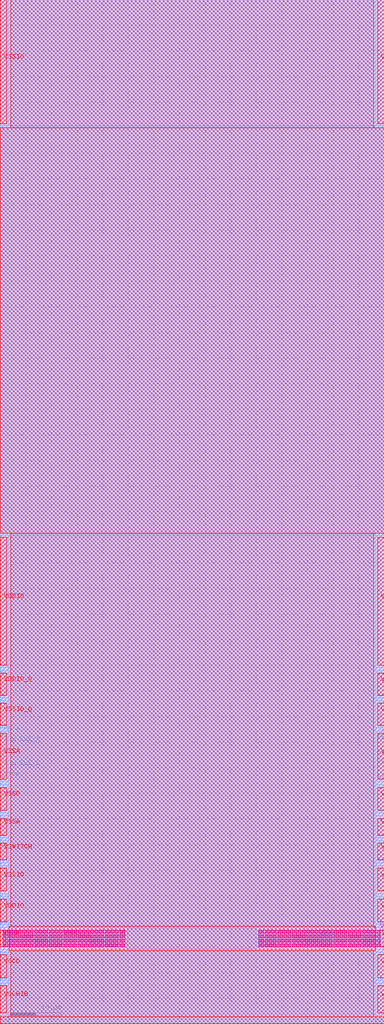
<source format=lef>
# Copyright 2020 The SkyWater PDK Authors
#
# Licensed under the Apache License, Version 2.0 (the "License");
# you may not use this file except in compliance with the License.
# You may obtain a copy of the License at
#
#     https://www.apache.org/licenses/LICENSE-2.0
#
# Unless required by applicable law or agreed to in writing, software
# distributed under the License is distributed on an "AS IS" BASIS,
# WITHOUT WARRANTIES OR CONDITIONS OF ANY KIND, either express or implied.
# See the License for the specific language governing permissions and
# limitations under the License.
#
# SPDX-License-Identifier: Apache-2.0

VERSION 5.5 ;
NAMESCASESENSITIVE ON ;
BUSBITCHARS "[]" ;
DIVIDERCHAR "/" ;
MACRO sky130_fd_io__overlay_vdda_hvc
  CLASS PAD ;
  SOURCE USER ;
  ORIGIN  0.000000  0.000000 ;
  SIZE 75 BY 200 ;
  SYMMETRY X Y R90 ;
  PIN AMUXBUS_A
    DIRECTION INOUT ;
    USE SIGNAL ;
    PORT
      LAYER met4 ;
        RECT 0.000000 53.125000 1.270000 56.105000 ;
    END
    PORT
      LAYER met4 ;
        RECT 73.730000 53.125000 75.000000 56.105000 ;
    END
  END AMUXBUS_A
  PIN AMUXBUS_B
    DIRECTION INOUT ;
    USE SIGNAL ;
    PORT
      LAYER met4 ;
        RECT 0.000000 48.365000 1.270000 51.345000 ;
    END
    PORT
      LAYER met4 ;
        RECT 73.730000 48.365000 75.000000 51.345000 ;
    END
  END AMUXBUS_B
  PIN VCCD
    DIRECTION INOUT ;
    USE POWER ;
    PORT
      LAYER met4 ;
        RECT 0.000000 8.885000 1.270000 13.535000 ;
    END
    PORT
      LAYER met4 ;
        RECT 73.730000 8.885000 75.000000 13.535000 ;
    END
    PORT
      LAYER met5 ;
        RECT 0.000000 8.985000 1.270000 13.435000 ;
    END
    PORT
      LAYER met5 ;
        RECT 73.730000 8.985000 75.000000 13.435000 ;
    END
  END VCCD
  PIN VCCHIB
    DIRECTION INOUT ;
    USE POWER ;
    PORT
      LAYER met4 ;
        RECT 0.000000 2.035000 1.270000 7.485000 ;
    END
    PORT
      LAYER met4 ;
        RECT 73.730000 2.035000 75.000000 7.485000 ;
    END
    PORT
      LAYER met5 ;
        RECT 0.000000 2.135000 1.270000 7.385000 ;
    END
    PORT
      LAYER met5 ;
        RECT 73.730000 2.135000 75.000000 7.385000 ;
    END
  END VCCHIB
  PIN VDDA
    DIRECTION INOUT ;
    USE POWER ;
    PORT
      LAYER met3 ;
        RECT 0.495000 14.940000 24.395000 18.380000 ;
    END
    PORT
      LAYER met3 ;
        RECT 50.390000 14.940000 74.290000 18.380000 ;
    END
    PORT
      LAYER met4 ;
        RECT 0.000000 14.935000 24.370000 18.385000 ;
    END
    PORT
      LAYER met4 ;
        RECT 50.415000 14.935000 75.000000 18.385000 ;
    END
    PORT
      LAYER met5 ;
        RECT 0.000000 15.035000 0.965000 18.285000 ;
    END
    PORT
      LAYER met5 ;
        RECT 74.035000 15.035000 75.000000 18.285000 ;
    END
    PORT
      LAYER via3 ;
        RECT  0.585000 15.020000  0.785000 15.220000 ;
        RECT  0.585000 15.460000  0.785000 15.660000 ;
        RECT  0.585000 15.900000  0.785000 16.100000 ;
        RECT  0.585000 16.340000  0.785000 16.540000 ;
        RECT  0.585000 16.780000  0.785000 16.980000 ;
        RECT  0.585000 17.220000  0.785000 17.420000 ;
        RECT  0.585000 17.660000  0.785000 17.860000 ;
        RECT  0.585000 18.100000  0.785000 18.300000 ;
        RECT  0.995000 15.020000  1.195000 15.220000 ;
        RECT  0.995000 15.460000  1.195000 15.660000 ;
        RECT  0.995000 15.900000  1.195000 16.100000 ;
        RECT  0.995000 16.340000  1.195000 16.540000 ;
        RECT  0.995000 16.780000  1.195000 16.980000 ;
        RECT  0.995000 17.220000  1.195000 17.420000 ;
        RECT  0.995000 17.660000  1.195000 17.860000 ;
        RECT  0.995000 18.100000  1.195000 18.300000 ;
        RECT  1.405000 15.020000  1.605000 15.220000 ;
        RECT  1.405000 15.460000  1.605000 15.660000 ;
        RECT  1.405000 15.900000  1.605000 16.100000 ;
        RECT  1.405000 16.340000  1.605000 16.540000 ;
        RECT  1.405000 16.780000  1.605000 16.980000 ;
        RECT  1.405000 17.220000  1.605000 17.420000 ;
        RECT  1.405000 17.660000  1.605000 17.860000 ;
        RECT  1.405000 18.100000  1.605000 18.300000 ;
        RECT  1.815000 15.020000  2.015000 15.220000 ;
        RECT  1.815000 15.460000  2.015000 15.660000 ;
        RECT  1.815000 15.900000  2.015000 16.100000 ;
        RECT  1.815000 16.340000  2.015000 16.540000 ;
        RECT  1.815000 16.780000  2.015000 16.980000 ;
        RECT  1.815000 17.220000  2.015000 17.420000 ;
        RECT  1.815000 17.660000  2.015000 17.860000 ;
        RECT  1.815000 18.100000  2.015000 18.300000 ;
        RECT  2.225000 15.020000  2.425000 15.220000 ;
        RECT  2.225000 15.460000  2.425000 15.660000 ;
        RECT  2.225000 15.900000  2.425000 16.100000 ;
        RECT  2.225000 16.340000  2.425000 16.540000 ;
        RECT  2.225000 16.780000  2.425000 16.980000 ;
        RECT  2.225000 17.220000  2.425000 17.420000 ;
        RECT  2.225000 17.660000  2.425000 17.860000 ;
        RECT  2.225000 18.100000  2.425000 18.300000 ;
        RECT  2.635000 15.020000  2.835000 15.220000 ;
        RECT  2.635000 15.460000  2.835000 15.660000 ;
        RECT  2.635000 15.900000  2.835000 16.100000 ;
        RECT  2.635000 16.340000  2.835000 16.540000 ;
        RECT  2.635000 16.780000  2.835000 16.980000 ;
        RECT  2.635000 17.220000  2.835000 17.420000 ;
        RECT  2.635000 17.660000  2.835000 17.860000 ;
        RECT  2.635000 18.100000  2.835000 18.300000 ;
        RECT  3.045000 15.020000  3.245000 15.220000 ;
        RECT  3.045000 15.460000  3.245000 15.660000 ;
        RECT  3.045000 15.900000  3.245000 16.100000 ;
        RECT  3.045000 16.340000  3.245000 16.540000 ;
        RECT  3.045000 16.780000  3.245000 16.980000 ;
        RECT  3.045000 17.220000  3.245000 17.420000 ;
        RECT  3.045000 17.660000  3.245000 17.860000 ;
        RECT  3.045000 18.100000  3.245000 18.300000 ;
        RECT  3.450000 15.020000  3.650000 15.220000 ;
        RECT  3.450000 15.460000  3.650000 15.660000 ;
        RECT  3.450000 15.900000  3.650000 16.100000 ;
        RECT  3.450000 16.340000  3.650000 16.540000 ;
        RECT  3.450000 16.780000  3.650000 16.980000 ;
        RECT  3.450000 17.220000  3.650000 17.420000 ;
        RECT  3.450000 17.660000  3.650000 17.860000 ;
        RECT  3.450000 18.100000  3.650000 18.300000 ;
        RECT  3.855000 15.020000  4.055000 15.220000 ;
        RECT  3.855000 15.460000  4.055000 15.660000 ;
        RECT  3.855000 15.900000  4.055000 16.100000 ;
        RECT  3.855000 16.340000  4.055000 16.540000 ;
        RECT  3.855000 16.780000  4.055000 16.980000 ;
        RECT  3.855000 17.220000  4.055000 17.420000 ;
        RECT  3.855000 17.660000  4.055000 17.860000 ;
        RECT  3.855000 18.100000  4.055000 18.300000 ;
        RECT  4.260000 15.020000  4.460000 15.220000 ;
        RECT  4.260000 15.460000  4.460000 15.660000 ;
        RECT  4.260000 15.900000  4.460000 16.100000 ;
        RECT  4.260000 16.340000  4.460000 16.540000 ;
        RECT  4.260000 16.780000  4.460000 16.980000 ;
        RECT  4.260000 17.220000  4.460000 17.420000 ;
        RECT  4.260000 17.660000  4.460000 17.860000 ;
        RECT  4.260000 18.100000  4.460000 18.300000 ;
        RECT  4.665000 15.020000  4.865000 15.220000 ;
        RECT  4.665000 15.460000  4.865000 15.660000 ;
        RECT  4.665000 15.900000  4.865000 16.100000 ;
        RECT  4.665000 16.340000  4.865000 16.540000 ;
        RECT  4.665000 16.780000  4.865000 16.980000 ;
        RECT  4.665000 17.220000  4.865000 17.420000 ;
        RECT  4.665000 17.660000  4.865000 17.860000 ;
        RECT  4.665000 18.100000  4.865000 18.300000 ;
        RECT  5.070000 15.020000  5.270000 15.220000 ;
        RECT  5.070000 15.460000  5.270000 15.660000 ;
        RECT  5.070000 15.900000  5.270000 16.100000 ;
        RECT  5.070000 16.340000  5.270000 16.540000 ;
        RECT  5.070000 16.780000  5.270000 16.980000 ;
        RECT  5.070000 17.220000  5.270000 17.420000 ;
        RECT  5.070000 17.660000  5.270000 17.860000 ;
        RECT  5.070000 18.100000  5.270000 18.300000 ;
        RECT  5.475000 15.020000  5.675000 15.220000 ;
        RECT  5.475000 15.460000  5.675000 15.660000 ;
        RECT  5.475000 15.900000  5.675000 16.100000 ;
        RECT  5.475000 16.340000  5.675000 16.540000 ;
        RECT  5.475000 16.780000  5.675000 16.980000 ;
        RECT  5.475000 17.220000  5.675000 17.420000 ;
        RECT  5.475000 17.660000  5.675000 17.860000 ;
        RECT  5.475000 18.100000  5.675000 18.300000 ;
        RECT  5.880000 15.020000  6.080000 15.220000 ;
        RECT  5.880000 15.460000  6.080000 15.660000 ;
        RECT  5.880000 15.900000  6.080000 16.100000 ;
        RECT  5.880000 16.340000  6.080000 16.540000 ;
        RECT  5.880000 16.780000  6.080000 16.980000 ;
        RECT  5.880000 17.220000  6.080000 17.420000 ;
        RECT  5.880000 17.660000  6.080000 17.860000 ;
        RECT  5.880000 18.100000  6.080000 18.300000 ;
        RECT  6.285000 15.020000  6.485000 15.220000 ;
        RECT  6.285000 15.460000  6.485000 15.660000 ;
        RECT  6.285000 15.900000  6.485000 16.100000 ;
        RECT  6.285000 16.340000  6.485000 16.540000 ;
        RECT  6.285000 16.780000  6.485000 16.980000 ;
        RECT  6.285000 17.220000  6.485000 17.420000 ;
        RECT  6.285000 17.660000  6.485000 17.860000 ;
        RECT  6.285000 18.100000  6.485000 18.300000 ;
        RECT  6.690000 15.020000  6.890000 15.220000 ;
        RECT  6.690000 15.460000  6.890000 15.660000 ;
        RECT  6.690000 15.900000  6.890000 16.100000 ;
        RECT  6.690000 16.340000  6.890000 16.540000 ;
        RECT  6.690000 16.780000  6.890000 16.980000 ;
        RECT  6.690000 17.220000  6.890000 17.420000 ;
        RECT  6.690000 17.660000  6.890000 17.860000 ;
        RECT  6.690000 18.100000  6.890000 18.300000 ;
        RECT  7.095000 15.020000  7.295000 15.220000 ;
        RECT  7.095000 15.460000  7.295000 15.660000 ;
        RECT  7.095000 15.900000  7.295000 16.100000 ;
        RECT  7.095000 16.340000  7.295000 16.540000 ;
        RECT  7.095000 16.780000  7.295000 16.980000 ;
        RECT  7.095000 17.220000  7.295000 17.420000 ;
        RECT  7.095000 17.660000  7.295000 17.860000 ;
        RECT  7.095000 18.100000  7.295000 18.300000 ;
        RECT  7.500000 15.020000  7.700000 15.220000 ;
        RECT  7.500000 15.460000  7.700000 15.660000 ;
        RECT  7.500000 15.900000  7.700000 16.100000 ;
        RECT  7.500000 16.340000  7.700000 16.540000 ;
        RECT  7.500000 16.780000  7.700000 16.980000 ;
        RECT  7.500000 17.220000  7.700000 17.420000 ;
        RECT  7.500000 17.660000  7.700000 17.860000 ;
        RECT  7.500000 18.100000  7.700000 18.300000 ;
        RECT  7.905000 15.020000  8.105000 15.220000 ;
        RECT  7.905000 15.460000  8.105000 15.660000 ;
        RECT  7.905000 15.900000  8.105000 16.100000 ;
        RECT  7.905000 16.340000  8.105000 16.540000 ;
        RECT  7.905000 16.780000  8.105000 16.980000 ;
        RECT  7.905000 17.220000  8.105000 17.420000 ;
        RECT  7.905000 17.660000  8.105000 17.860000 ;
        RECT  7.905000 18.100000  8.105000 18.300000 ;
        RECT  8.310000 15.020000  8.510000 15.220000 ;
        RECT  8.310000 15.460000  8.510000 15.660000 ;
        RECT  8.310000 15.900000  8.510000 16.100000 ;
        RECT  8.310000 16.340000  8.510000 16.540000 ;
        RECT  8.310000 16.780000  8.510000 16.980000 ;
        RECT  8.310000 17.220000  8.510000 17.420000 ;
        RECT  8.310000 17.660000  8.510000 17.860000 ;
        RECT  8.310000 18.100000  8.510000 18.300000 ;
        RECT  8.715000 15.020000  8.915000 15.220000 ;
        RECT  8.715000 15.460000  8.915000 15.660000 ;
        RECT  8.715000 15.900000  8.915000 16.100000 ;
        RECT  8.715000 16.340000  8.915000 16.540000 ;
        RECT  8.715000 16.780000  8.915000 16.980000 ;
        RECT  8.715000 17.220000  8.915000 17.420000 ;
        RECT  8.715000 17.660000  8.915000 17.860000 ;
        RECT  8.715000 18.100000  8.915000 18.300000 ;
        RECT  9.120000 15.020000  9.320000 15.220000 ;
        RECT  9.120000 15.460000  9.320000 15.660000 ;
        RECT  9.120000 15.900000  9.320000 16.100000 ;
        RECT  9.120000 16.340000  9.320000 16.540000 ;
        RECT  9.120000 16.780000  9.320000 16.980000 ;
        RECT  9.120000 17.220000  9.320000 17.420000 ;
        RECT  9.120000 17.660000  9.320000 17.860000 ;
        RECT  9.120000 18.100000  9.320000 18.300000 ;
        RECT  9.525000 15.020000  9.725000 15.220000 ;
        RECT  9.525000 15.460000  9.725000 15.660000 ;
        RECT  9.525000 15.900000  9.725000 16.100000 ;
        RECT  9.525000 16.340000  9.725000 16.540000 ;
        RECT  9.525000 16.780000  9.725000 16.980000 ;
        RECT  9.525000 17.220000  9.725000 17.420000 ;
        RECT  9.525000 17.660000  9.725000 17.860000 ;
        RECT  9.525000 18.100000  9.725000 18.300000 ;
        RECT  9.930000 15.020000 10.130000 15.220000 ;
        RECT  9.930000 15.460000 10.130000 15.660000 ;
        RECT  9.930000 15.900000 10.130000 16.100000 ;
        RECT  9.930000 16.340000 10.130000 16.540000 ;
        RECT  9.930000 16.780000 10.130000 16.980000 ;
        RECT  9.930000 17.220000 10.130000 17.420000 ;
        RECT  9.930000 17.660000 10.130000 17.860000 ;
        RECT  9.930000 18.100000 10.130000 18.300000 ;
        RECT 10.335000 15.020000 10.535000 15.220000 ;
        RECT 10.335000 15.460000 10.535000 15.660000 ;
        RECT 10.335000 15.900000 10.535000 16.100000 ;
        RECT 10.335000 16.340000 10.535000 16.540000 ;
        RECT 10.335000 16.780000 10.535000 16.980000 ;
        RECT 10.335000 17.220000 10.535000 17.420000 ;
        RECT 10.335000 17.660000 10.535000 17.860000 ;
        RECT 10.335000 18.100000 10.535000 18.300000 ;
        RECT 10.740000 15.020000 10.940000 15.220000 ;
        RECT 10.740000 15.460000 10.940000 15.660000 ;
        RECT 10.740000 15.900000 10.940000 16.100000 ;
        RECT 10.740000 16.340000 10.940000 16.540000 ;
        RECT 10.740000 16.780000 10.940000 16.980000 ;
        RECT 10.740000 17.220000 10.940000 17.420000 ;
        RECT 10.740000 17.660000 10.940000 17.860000 ;
        RECT 10.740000 18.100000 10.940000 18.300000 ;
        RECT 11.145000 15.020000 11.345000 15.220000 ;
        RECT 11.145000 15.460000 11.345000 15.660000 ;
        RECT 11.145000 15.900000 11.345000 16.100000 ;
        RECT 11.145000 16.340000 11.345000 16.540000 ;
        RECT 11.145000 16.780000 11.345000 16.980000 ;
        RECT 11.145000 17.220000 11.345000 17.420000 ;
        RECT 11.145000 17.660000 11.345000 17.860000 ;
        RECT 11.145000 18.100000 11.345000 18.300000 ;
        RECT 11.550000 15.020000 11.750000 15.220000 ;
        RECT 11.550000 15.460000 11.750000 15.660000 ;
        RECT 11.550000 15.900000 11.750000 16.100000 ;
        RECT 11.550000 16.340000 11.750000 16.540000 ;
        RECT 11.550000 16.780000 11.750000 16.980000 ;
        RECT 11.550000 17.220000 11.750000 17.420000 ;
        RECT 11.550000 17.660000 11.750000 17.860000 ;
        RECT 11.550000 18.100000 11.750000 18.300000 ;
        RECT 11.955000 15.020000 12.155000 15.220000 ;
        RECT 11.955000 15.460000 12.155000 15.660000 ;
        RECT 11.955000 15.900000 12.155000 16.100000 ;
        RECT 11.955000 16.340000 12.155000 16.540000 ;
        RECT 11.955000 16.780000 12.155000 16.980000 ;
        RECT 11.955000 17.220000 12.155000 17.420000 ;
        RECT 11.955000 17.660000 12.155000 17.860000 ;
        RECT 11.955000 18.100000 12.155000 18.300000 ;
        RECT 12.360000 15.020000 12.560000 15.220000 ;
        RECT 12.360000 15.460000 12.560000 15.660000 ;
        RECT 12.360000 15.900000 12.560000 16.100000 ;
        RECT 12.360000 16.340000 12.560000 16.540000 ;
        RECT 12.360000 16.780000 12.560000 16.980000 ;
        RECT 12.360000 17.220000 12.560000 17.420000 ;
        RECT 12.360000 17.660000 12.560000 17.860000 ;
        RECT 12.360000 18.100000 12.560000 18.300000 ;
        RECT 12.765000 15.020000 12.965000 15.220000 ;
        RECT 12.765000 15.460000 12.965000 15.660000 ;
        RECT 12.765000 15.900000 12.965000 16.100000 ;
        RECT 12.765000 16.340000 12.965000 16.540000 ;
        RECT 12.765000 16.780000 12.965000 16.980000 ;
        RECT 12.765000 17.220000 12.965000 17.420000 ;
        RECT 12.765000 17.660000 12.965000 17.860000 ;
        RECT 12.765000 18.100000 12.965000 18.300000 ;
        RECT 13.170000 15.020000 13.370000 15.220000 ;
        RECT 13.170000 15.460000 13.370000 15.660000 ;
        RECT 13.170000 15.900000 13.370000 16.100000 ;
        RECT 13.170000 16.340000 13.370000 16.540000 ;
        RECT 13.170000 16.780000 13.370000 16.980000 ;
        RECT 13.170000 17.220000 13.370000 17.420000 ;
        RECT 13.170000 17.660000 13.370000 17.860000 ;
        RECT 13.170000 18.100000 13.370000 18.300000 ;
        RECT 13.575000 15.020000 13.775000 15.220000 ;
        RECT 13.575000 15.460000 13.775000 15.660000 ;
        RECT 13.575000 15.900000 13.775000 16.100000 ;
        RECT 13.575000 16.340000 13.775000 16.540000 ;
        RECT 13.575000 16.780000 13.775000 16.980000 ;
        RECT 13.575000 17.220000 13.775000 17.420000 ;
        RECT 13.575000 17.660000 13.775000 17.860000 ;
        RECT 13.575000 18.100000 13.775000 18.300000 ;
        RECT 13.980000 15.020000 14.180000 15.220000 ;
        RECT 13.980000 15.460000 14.180000 15.660000 ;
        RECT 13.980000 15.900000 14.180000 16.100000 ;
        RECT 13.980000 16.340000 14.180000 16.540000 ;
        RECT 13.980000 16.780000 14.180000 16.980000 ;
        RECT 13.980000 17.220000 14.180000 17.420000 ;
        RECT 13.980000 17.660000 14.180000 17.860000 ;
        RECT 13.980000 18.100000 14.180000 18.300000 ;
        RECT 14.385000 15.020000 14.585000 15.220000 ;
        RECT 14.385000 15.460000 14.585000 15.660000 ;
        RECT 14.385000 15.900000 14.585000 16.100000 ;
        RECT 14.385000 16.340000 14.585000 16.540000 ;
        RECT 14.385000 16.780000 14.585000 16.980000 ;
        RECT 14.385000 17.220000 14.585000 17.420000 ;
        RECT 14.385000 17.660000 14.585000 17.860000 ;
        RECT 14.385000 18.100000 14.585000 18.300000 ;
        RECT 14.790000 15.020000 14.990000 15.220000 ;
        RECT 14.790000 15.460000 14.990000 15.660000 ;
        RECT 14.790000 15.900000 14.990000 16.100000 ;
        RECT 14.790000 16.340000 14.990000 16.540000 ;
        RECT 14.790000 16.780000 14.990000 16.980000 ;
        RECT 14.790000 17.220000 14.990000 17.420000 ;
        RECT 14.790000 17.660000 14.990000 17.860000 ;
        RECT 14.790000 18.100000 14.990000 18.300000 ;
        RECT 15.195000 15.020000 15.395000 15.220000 ;
        RECT 15.195000 15.460000 15.395000 15.660000 ;
        RECT 15.195000 15.900000 15.395000 16.100000 ;
        RECT 15.195000 16.340000 15.395000 16.540000 ;
        RECT 15.195000 16.780000 15.395000 16.980000 ;
        RECT 15.195000 17.220000 15.395000 17.420000 ;
        RECT 15.195000 17.660000 15.395000 17.860000 ;
        RECT 15.195000 18.100000 15.395000 18.300000 ;
        RECT 15.600000 15.020000 15.800000 15.220000 ;
        RECT 15.600000 15.460000 15.800000 15.660000 ;
        RECT 15.600000 15.900000 15.800000 16.100000 ;
        RECT 15.600000 16.340000 15.800000 16.540000 ;
        RECT 15.600000 16.780000 15.800000 16.980000 ;
        RECT 15.600000 17.220000 15.800000 17.420000 ;
        RECT 15.600000 17.660000 15.800000 17.860000 ;
        RECT 15.600000 18.100000 15.800000 18.300000 ;
        RECT 16.005000 15.020000 16.205000 15.220000 ;
        RECT 16.005000 15.460000 16.205000 15.660000 ;
        RECT 16.005000 15.900000 16.205000 16.100000 ;
        RECT 16.005000 16.340000 16.205000 16.540000 ;
        RECT 16.005000 16.780000 16.205000 16.980000 ;
        RECT 16.005000 17.220000 16.205000 17.420000 ;
        RECT 16.005000 17.660000 16.205000 17.860000 ;
        RECT 16.005000 18.100000 16.205000 18.300000 ;
        RECT 16.410000 15.020000 16.610000 15.220000 ;
        RECT 16.410000 15.460000 16.610000 15.660000 ;
        RECT 16.410000 15.900000 16.610000 16.100000 ;
        RECT 16.410000 16.340000 16.610000 16.540000 ;
        RECT 16.410000 16.780000 16.610000 16.980000 ;
        RECT 16.410000 17.220000 16.610000 17.420000 ;
        RECT 16.410000 17.660000 16.610000 17.860000 ;
        RECT 16.410000 18.100000 16.610000 18.300000 ;
        RECT 16.815000 15.020000 17.015000 15.220000 ;
        RECT 16.815000 15.460000 17.015000 15.660000 ;
        RECT 16.815000 15.900000 17.015000 16.100000 ;
        RECT 16.815000 16.340000 17.015000 16.540000 ;
        RECT 16.815000 16.780000 17.015000 16.980000 ;
        RECT 16.815000 17.220000 17.015000 17.420000 ;
        RECT 16.815000 17.660000 17.015000 17.860000 ;
        RECT 16.815000 18.100000 17.015000 18.300000 ;
        RECT 17.220000 15.020000 17.420000 15.220000 ;
        RECT 17.220000 15.460000 17.420000 15.660000 ;
        RECT 17.220000 15.900000 17.420000 16.100000 ;
        RECT 17.220000 16.340000 17.420000 16.540000 ;
        RECT 17.220000 16.780000 17.420000 16.980000 ;
        RECT 17.220000 17.220000 17.420000 17.420000 ;
        RECT 17.220000 17.660000 17.420000 17.860000 ;
        RECT 17.220000 18.100000 17.420000 18.300000 ;
        RECT 17.625000 15.020000 17.825000 15.220000 ;
        RECT 17.625000 15.460000 17.825000 15.660000 ;
        RECT 17.625000 15.900000 17.825000 16.100000 ;
        RECT 17.625000 16.340000 17.825000 16.540000 ;
        RECT 17.625000 16.780000 17.825000 16.980000 ;
        RECT 17.625000 17.220000 17.825000 17.420000 ;
        RECT 17.625000 17.660000 17.825000 17.860000 ;
        RECT 17.625000 18.100000 17.825000 18.300000 ;
        RECT 18.030000 15.020000 18.230000 15.220000 ;
        RECT 18.030000 15.460000 18.230000 15.660000 ;
        RECT 18.030000 15.900000 18.230000 16.100000 ;
        RECT 18.030000 16.340000 18.230000 16.540000 ;
        RECT 18.030000 16.780000 18.230000 16.980000 ;
        RECT 18.030000 17.220000 18.230000 17.420000 ;
        RECT 18.030000 17.660000 18.230000 17.860000 ;
        RECT 18.030000 18.100000 18.230000 18.300000 ;
        RECT 18.435000 15.020000 18.635000 15.220000 ;
        RECT 18.435000 15.460000 18.635000 15.660000 ;
        RECT 18.435000 15.900000 18.635000 16.100000 ;
        RECT 18.435000 16.340000 18.635000 16.540000 ;
        RECT 18.435000 16.780000 18.635000 16.980000 ;
        RECT 18.435000 17.220000 18.635000 17.420000 ;
        RECT 18.435000 17.660000 18.635000 17.860000 ;
        RECT 18.435000 18.100000 18.635000 18.300000 ;
        RECT 18.840000 15.020000 19.040000 15.220000 ;
        RECT 18.840000 15.460000 19.040000 15.660000 ;
        RECT 18.840000 15.900000 19.040000 16.100000 ;
        RECT 18.840000 16.340000 19.040000 16.540000 ;
        RECT 18.840000 16.780000 19.040000 16.980000 ;
        RECT 18.840000 17.220000 19.040000 17.420000 ;
        RECT 18.840000 17.660000 19.040000 17.860000 ;
        RECT 18.840000 18.100000 19.040000 18.300000 ;
        RECT 19.245000 15.020000 19.445000 15.220000 ;
        RECT 19.245000 15.460000 19.445000 15.660000 ;
        RECT 19.245000 15.900000 19.445000 16.100000 ;
        RECT 19.245000 16.340000 19.445000 16.540000 ;
        RECT 19.245000 16.780000 19.445000 16.980000 ;
        RECT 19.245000 17.220000 19.445000 17.420000 ;
        RECT 19.245000 17.660000 19.445000 17.860000 ;
        RECT 19.245000 18.100000 19.445000 18.300000 ;
        RECT 19.650000 15.020000 19.850000 15.220000 ;
        RECT 19.650000 15.460000 19.850000 15.660000 ;
        RECT 19.650000 15.900000 19.850000 16.100000 ;
        RECT 19.650000 16.340000 19.850000 16.540000 ;
        RECT 19.650000 16.780000 19.850000 16.980000 ;
        RECT 19.650000 17.220000 19.850000 17.420000 ;
        RECT 19.650000 17.660000 19.850000 17.860000 ;
        RECT 19.650000 18.100000 19.850000 18.300000 ;
        RECT 20.055000 15.020000 20.255000 15.220000 ;
        RECT 20.055000 15.460000 20.255000 15.660000 ;
        RECT 20.055000 15.900000 20.255000 16.100000 ;
        RECT 20.055000 16.340000 20.255000 16.540000 ;
        RECT 20.055000 16.780000 20.255000 16.980000 ;
        RECT 20.055000 17.220000 20.255000 17.420000 ;
        RECT 20.055000 17.660000 20.255000 17.860000 ;
        RECT 20.055000 18.100000 20.255000 18.300000 ;
        RECT 20.460000 15.020000 20.660000 15.220000 ;
        RECT 20.460000 15.460000 20.660000 15.660000 ;
        RECT 20.460000 15.900000 20.660000 16.100000 ;
        RECT 20.460000 16.340000 20.660000 16.540000 ;
        RECT 20.460000 16.780000 20.660000 16.980000 ;
        RECT 20.460000 17.220000 20.660000 17.420000 ;
        RECT 20.460000 17.660000 20.660000 17.860000 ;
        RECT 20.460000 18.100000 20.660000 18.300000 ;
        RECT 20.865000 15.020000 21.065000 15.220000 ;
        RECT 20.865000 15.460000 21.065000 15.660000 ;
        RECT 20.865000 15.900000 21.065000 16.100000 ;
        RECT 20.865000 16.340000 21.065000 16.540000 ;
        RECT 20.865000 16.780000 21.065000 16.980000 ;
        RECT 20.865000 17.220000 21.065000 17.420000 ;
        RECT 20.865000 17.660000 21.065000 17.860000 ;
        RECT 20.865000 18.100000 21.065000 18.300000 ;
        RECT 21.270000 15.020000 21.470000 15.220000 ;
        RECT 21.270000 15.460000 21.470000 15.660000 ;
        RECT 21.270000 15.900000 21.470000 16.100000 ;
        RECT 21.270000 16.340000 21.470000 16.540000 ;
        RECT 21.270000 16.780000 21.470000 16.980000 ;
        RECT 21.270000 17.220000 21.470000 17.420000 ;
        RECT 21.270000 17.660000 21.470000 17.860000 ;
        RECT 21.270000 18.100000 21.470000 18.300000 ;
        RECT 21.675000 15.020000 21.875000 15.220000 ;
        RECT 21.675000 15.460000 21.875000 15.660000 ;
        RECT 21.675000 15.900000 21.875000 16.100000 ;
        RECT 21.675000 16.340000 21.875000 16.540000 ;
        RECT 21.675000 16.780000 21.875000 16.980000 ;
        RECT 21.675000 17.220000 21.875000 17.420000 ;
        RECT 21.675000 17.660000 21.875000 17.860000 ;
        RECT 21.675000 18.100000 21.875000 18.300000 ;
        RECT 22.080000 15.020000 22.280000 15.220000 ;
        RECT 22.080000 15.460000 22.280000 15.660000 ;
        RECT 22.080000 15.900000 22.280000 16.100000 ;
        RECT 22.080000 16.340000 22.280000 16.540000 ;
        RECT 22.080000 16.780000 22.280000 16.980000 ;
        RECT 22.080000 17.220000 22.280000 17.420000 ;
        RECT 22.080000 17.660000 22.280000 17.860000 ;
        RECT 22.080000 18.100000 22.280000 18.300000 ;
        RECT 22.485000 15.020000 22.685000 15.220000 ;
        RECT 22.485000 15.460000 22.685000 15.660000 ;
        RECT 22.485000 15.900000 22.685000 16.100000 ;
        RECT 22.485000 16.340000 22.685000 16.540000 ;
        RECT 22.485000 16.780000 22.685000 16.980000 ;
        RECT 22.485000 17.220000 22.685000 17.420000 ;
        RECT 22.485000 17.660000 22.685000 17.860000 ;
        RECT 22.485000 18.100000 22.685000 18.300000 ;
        RECT 22.890000 15.020000 23.090000 15.220000 ;
        RECT 22.890000 15.460000 23.090000 15.660000 ;
        RECT 22.890000 15.900000 23.090000 16.100000 ;
        RECT 22.890000 16.340000 23.090000 16.540000 ;
        RECT 22.890000 16.780000 23.090000 16.980000 ;
        RECT 22.890000 17.220000 23.090000 17.420000 ;
        RECT 22.890000 17.660000 23.090000 17.860000 ;
        RECT 22.890000 18.100000 23.090000 18.300000 ;
        RECT 23.295000 15.020000 23.495000 15.220000 ;
        RECT 23.295000 15.460000 23.495000 15.660000 ;
        RECT 23.295000 15.900000 23.495000 16.100000 ;
        RECT 23.295000 16.340000 23.495000 16.540000 ;
        RECT 23.295000 16.780000 23.495000 16.980000 ;
        RECT 23.295000 17.220000 23.495000 17.420000 ;
        RECT 23.295000 17.660000 23.495000 17.860000 ;
        RECT 23.295000 18.100000 23.495000 18.300000 ;
        RECT 23.700000 15.020000 23.900000 15.220000 ;
        RECT 23.700000 15.460000 23.900000 15.660000 ;
        RECT 23.700000 15.900000 23.900000 16.100000 ;
        RECT 23.700000 16.340000 23.900000 16.540000 ;
        RECT 23.700000 16.780000 23.900000 16.980000 ;
        RECT 23.700000 17.220000 23.900000 17.420000 ;
        RECT 23.700000 17.660000 23.900000 17.860000 ;
        RECT 23.700000 18.100000 23.900000 18.300000 ;
        RECT 24.105000 15.020000 24.305000 15.220000 ;
        RECT 24.105000 15.460000 24.305000 15.660000 ;
        RECT 24.105000 15.900000 24.305000 16.100000 ;
        RECT 24.105000 16.340000 24.305000 16.540000 ;
        RECT 24.105000 16.780000 24.305000 16.980000 ;
        RECT 24.105000 17.220000 24.305000 17.420000 ;
        RECT 24.105000 17.660000 24.305000 17.860000 ;
        RECT 24.105000 18.100000 24.305000 18.300000 ;
        RECT 50.480000 15.020000 50.680000 15.220000 ;
        RECT 50.480000 15.460000 50.680000 15.660000 ;
        RECT 50.480000 15.900000 50.680000 16.100000 ;
        RECT 50.480000 16.340000 50.680000 16.540000 ;
        RECT 50.480000 16.780000 50.680000 16.980000 ;
        RECT 50.480000 17.220000 50.680000 17.420000 ;
        RECT 50.480000 17.660000 50.680000 17.860000 ;
        RECT 50.480000 18.100000 50.680000 18.300000 ;
        RECT 50.890000 15.020000 51.090000 15.220000 ;
        RECT 50.890000 15.460000 51.090000 15.660000 ;
        RECT 50.890000 15.900000 51.090000 16.100000 ;
        RECT 50.890000 16.340000 51.090000 16.540000 ;
        RECT 50.890000 16.780000 51.090000 16.980000 ;
        RECT 50.890000 17.220000 51.090000 17.420000 ;
        RECT 50.890000 17.660000 51.090000 17.860000 ;
        RECT 50.890000 18.100000 51.090000 18.300000 ;
        RECT 51.300000 15.020000 51.500000 15.220000 ;
        RECT 51.300000 15.460000 51.500000 15.660000 ;
        RECT 51.300000 15.900000 51.500000 16.100000 ;
        RECT 51.300000 16.340000 51.500000 16.540000 ;
        RECT 51.300000 16.780000 51.500000 16.980000 ;
        RECT 51.300000 17.220000 51.500000 17.420000 ;
        RECT 51.300000 17.660000 51.500000 17.860000 ;
        RECT 51.300000 18.100000 51.500000 18.300000 ;
        RECT 51.710000 15.020000 51.910000 15.220000 ;
        RECT 51.710000 15.460000 51.910000 15.660000 ;
        RECT 51.710000 15.900000 51.910000 16.100000 ;
        RECT 51.710000 16.340000 51.910000 16.540000 ;
        RECT 51.710000 16.780000 51.910000 16.980000 ;
        RECT 51.710000 17.220000 51.910000 17.420000 ;
        RECT 51.710000 17.660000 51.910000 17.860000 ;
        RECT 51.710000 18.100000 51.910000 18.300000 ;
        RECT 52.120000 15.020000 52.320000 15.220000 ;
        RECT 52.120000 15.460000 52.320000 15.660000 ;
        RECT 52.120000 15.900000 52.320000 16.100000 ;
        RECT 52.120000 16.340000 52.320000 16.540000 ;
        RECT 52.120000 16.780000 52.320000 16.980000 ;
        RECT 52.120000 17.220000 52.320000 17.420000 ;
        RECT 52.120000 17.660000 52.320000 17.860000 ;
        RECT 52.120000 18.100000 52.320000 18.300000 ;
        RECT 52.530000 15.020000 52.730000 15.220000 ;
        RECT 52.530000 15.460000 52.730000 15.660000 ;
        RECT 52.530000 15.900000 52.730000 16.100000 ;
        RECT 52.530000 16.340000 52.730000 16.540000 ;
        RECT 52.530000 16.780000 52.730000 16.980000 ;
        RECT 52.530000 17.220000 52.730000 17.420000 ;
        RECT 52.530000 17.660000 52.730000 17.860000 ;
        RECT 52.530000 18.100000 52.730000 18.300000 ;
        RECT 52.940000 15.020000 53.140000 15.220000 ;
        RECT 52.940000 15.460000 53.140000 15.660000 ;
        RECT 52.940000 15.900000 53.140000 16.100000 ;
        RECT 52.940000 16.340000 53.140000 16.540000 ;
        RECT 52.940000 16.780000 53.140000 16.980000 ;
        RECT 52.940000 17.220000 53.140000 17.420000 ;
        RECT 52.940000 17.660000 53.140000 17.860000 ;
        RECT 52.940000 18.100000 53.140000 18.300000 ;
        RECT 53.345000 15.020000 53.545000 15.220000 ;
        RECT 53.345000 15.460000 53.545000 15.660000 ;
        RECT 53.345000 15.900000 53.545000 16.100000 ;
        RECT 53.345000 16.340000 53.545000 16.540000 ;
        RECT 53.345000 16.780000 53.545000 16.980000 ;
        RECT 53.345000 17.220000 53.545000 17.420000 ;
        RECT 53.345000 17.660000 53.545000 17.860000 ;
        RECT 53.345000 18.100000 53.545000 18.300000 ;
        RECT 53.750000 15.020000 53.950000 15.220000 ;
        RECT 53.750000 15.460000 53.950000 15.660000 ;
        RECT 53.750000 15.900000 53.950000 16.100000 ;
        RECT 53.750000 16.340000 53.950000 16.540000 ;
        RECT 53.750000 16.780000 53.950000 16.980000 ;
        RECT 53.750000 17.220000 53.950000 17.420000 ;
        RECT 53.750000 17.660000 53.950000 17.860000 ;
        RECT 53.750000 18.100000 53.950000 18.300000 ;
        RECT 54.155000 15.020000 54.355000 15.220000 ;
        RECT 54.155000 15.460000 54.355000 15.660000 ;
        RECT 54.155000 15.900000 54.355000 16.100000 ;
        RECT 54.155000 16.340000 54.355000 16.540000 ;
        RECT 54.155000 16.780000 54.355000 16.980000 ;
        RECT 54.155000 17.220000 54.355000 17.420000 ;
        RECT 54.155000 17.660000 54.355000 17.860000 ;
        RECT 54.155000 18.100000 54.355000 18.300000 ;
        RECT 54.560000 15.020000 54.760000 15.220000 ;
        RECT 54.560000 15.460000 54.760000 15.660000 ;
        RECT 54.560000 15.900000 54.760000 16.100000 ;
        RECT 54.560000 16.340000 54.760000 16.540000 ;
        RECT 54.560000 16.780000 54.760000 16.980000 ;
        RECT 54.560000 17.220000 54.760000 17.420000 ;
        RECT 54.560000 17.660000 54.760000 17.860000 ;
        RECT 54.560000 18.100000 54.760000 18.300000 ;
        RECT 54.965000 15.020000 55.165000 15.220000 ;
        RECT 54.965000 15.460000 55.165000 15.660000 ;
        RECT 54.965000 15.900000 55.165000 16.100000 ;
        RECT 54.965000 16.340000 55.165000 16.540000 ;
        RECT 54.965000 16.780000 55.165000 16.980000 ;
        RECT 54.965000 17.220000 55.165000 17.420000 ;
        RECT 54.965000 17.660000 55.165000 17.860000 ;
        RECT 54.965000 18.100000 55.165000 18.300000 ;
        RECT 55.370000 15.020000 55.570000 15.220000 ;
        RECT 55.370000 15.460000 55.570000 15.660000 ;
        RECT 55.370000 15.900000 55.570000 16.100000 ;
        RECT 55.370000 16.340000 55.570000 16.540000 ;
        RECT 55.370000 16.780000 55.570000 16.980000 ;
        RECT 55.370000 17.220000 55.570000 17.420000 ;
        RECT 55.370000 17.660000 55.570000 17.860000 ;
        RECT 55.370000 18.100000 55.570000 18.300000 ;
        RECT 55.775000 15.020000 55.975000 15.220000 ;
        RECT 55.775000 15.460000 55.975000 15.660000 ;
        RECT 55.775000 15.900000 55.975000 16.100000 ;
        RECT 55.775000 16.340000 55.975000 16.540000 ;
        RECT 55.775000 16.780000 55.975000 16.980000 ;
        RECT 55.775000 17.220000 55.975000 17.420000 ;
        RECT 55.775000 17.660000 55.975000 17.860000 ;
        RECT 55.775000 18.100000 55.975000 18.300000 ;
        RECT 56.180000 15.020000 56.380000 15.220000 ;
        RECT 56.180000 15.460000 56.380000 15.660000 ;
        RECT 56.180000 15.900000 56.380000 16.100000 ;
        RECT 56.180000 16.340000 56.380000 16.540000 ;
        RECT 56.180000 16.780000 56.380000 16.980000 ;
        RECT 56.180000 17.220000 56.380000 17.420000 ;
        RECT 56.180000 17.660000 56.380000 17.860000 ;
        RECT 56.180000 18.100000 56.380000 18.300000 ;
        RECT 56.585000 15.020000 56.785000 15.220000 ;
        RECT 56.585000 15.460000 56.785000 15.660000 ;
        RECT 56.585000 15.900000 56.785000 16.100000 ;
        RECT 56.585000 16.340000 56.785000 16.540000 ;
        RECT 56.585000 16.780000 56.785000 16.980000 ;
        RECT 56.585000 17.220000 56.785000 17.420000 ;
        RECT 56.585000 17.660000 56.785000 17.860000 ;
        RECT 56.585000 18.100000 56.785000 18.300000 ;
        RECT 56.990000 15.020000 57.190000 15.220000 ;
        RECT 56.990000 15.460000 57.190000 15.660000 ;
        RECT 56.990000 15.900000 57.190000 16.100000 ;
        RECT 56.990000 16.340000 57.190000 16.540000 ;
        RECT 56.990000 16.780000 57.190000 16.980000 ;
        RECT 56.990000 17.220000 57.190000 17.420000 ;
        RECT 56.990000 17.660000 57.190000 17.860000 ;
        RECT 56.990000 18.100000 57.190000 18.300000 ;
        RECT 57.395000 15.020000 57.595000 15.220000 ;
        RECT 57.395000 15.460000 57.595000 15.660000 ;
        RECT 57.395000 15.900000 57.595000 16.100000 ;
        RECT 57.395000 16.340000 57.595000 16.540000 ;
        RECT 57.395000 16.780000 57.595000 16.980000 ;
        RECT 57.395000 17.220000 57.595000 17.420000 ;
        RECT 57.395000 17.660000 57.595000 17.860000 ;
        RECT 57.395000 18.100000 57.595000 18.300000 ;
        RECT 57.800000 15.020000 58.000000 15.220000 ;
        RECT 57.800000 15.460000 58.000000 15.660000 ;
        RECT 57.800000 15.900000 58.000000 16.100000 ;
        RECT 57.800000 16.340000 58.000000 16.540000 ;
        RECT 57.800000 16.780000 58.000000 16.980000 ;
        RECT 57.800000 17.220000 58.000000 17.420000 ;
        RECT 57.800000 17.660000 58.000000 17.860000 ;
        RECT 57.800000 18.100000 58.000000 18.300000 ;
        RECT 58.205000 15.020000 58.405000 15.220000 ;
        RECT 58.205000 15.460000 58.405000 15.660000 ;
        RECT 58.205000 15.900000 58.405000 16.100000 ;
        RECT 58.205000 16.340000 58.405000 16.540000 ;
        RECT 58.205000 16.780000 58.405000 16.980000 ;
        RECT 58.205000 17.220000 58.405000 17.420000 ;
        RECT 58.205000 17.660000 58.405000 17.860000 ;
        RECT 58.205000 18.100000 58.405000 18.300000 ;
        RECT 58.610000 15.020000 58.810000 15.220000 ;
        RECT 58.610000 15.460000 58.810000 15.660000 ;
        RECT 58.610000 15.900000 58.810000 16.100000 ;
        RECT 58.610000 16.340000 58.810000 16.540000 ;
        RECT 58.610000 16.780000 58.810000 16.980000 ;
        RECT 58.610000 17.220000 58.810000 17.420000 ;
        RECT 58.610000 17.660000 58.810000 17.860000 ;
        RECT 58.610000 18.100000 58.810000 18.300000 ;
        RECT 59.015000 15.020000 59.215000 15.220000 ;
        RECT 59.015000 15.460000 59.215000 15.660000 ;
        RECT 59.015000 15.900000 59.215000 16.100000 ;
        RECT 59.015000 16.340000 59.215000 16.540000 ;
        RECT 59.015000 16.780000 59.215000 16.980000 ;
        RECT 59.015000 17.220000 59.215000 17.420000 ;
        RECT 59.015000 17.660000 59.215000 17.860000 ;
        RECT 59.015000 18.100000 59.215000 18.300000 ;
        RECT 59.420000 15.020000 59.620000 15.220000 ;
        RECT 59.420000 15.460000 59.620000 15.660000 ;
        RECT 59.420000 15.900000 59.620000 16.100000 ;
        RECT 59.420000 16.340000 59.620000 16.540000 ;
        RECT 59.420000 16.780000 59.620000 16.980000 ;
        RECT 59.420000 17.220000 59.620000 17.420000 ;
        RECT 59.420000 17.660000 59.620000 17.860000 ;
        RECT 59.420000 18.100000 59.620000 18.300000 ;
        RECT 59.825000 15.020000 60.025000 15.220000 ;
        RECT 59.825000 15.460000 60.025000 15.660000 ;
        RECT 59.825000 15.900000 60.025000 16.100000 ;
        RECT 59.825000 16.340000 60.025000 16.540000 ;
        RECT 59.825000 16.780000 60.025000 16.980000 ;
        RECT 59.825000 17.220000 60.025000 17.420000 ;
        RECT 59.825000 17.660000 60.025000 17.860000 ;
        RECT 59.825000 18.100000 60.025000 18.300000 ;
        RECT 60.230000 15.020000 60.430000 15.220000 ;
        RECT 60.230000 15.460000 60.430000 15.660000 ;
        RECT 60.230000 15.900000 60.430000 16.100000 ;
        RECT 60.230000 16.340000 60.430000 16.540000 ;
        RECT 60.230000 16.780000 60.430000 16.980000 ;
        RECT 60.230000 17.220000 60.430000 17.420000 ;
        RECT 60.230000 17.660000 60.430000 17.860000 ;
        RECT 60.230000 18.100000 60.430000 18.300000 ;
        RECT 60.635000 15.020000 60.835000 15.220000 ;
        RECT 60.635000 15.460000 60.835000 15.660000 ;
        RECT 60.635000 15.900000 60.835000 16.100000 ;
        RECT 60.635000 16.340000 60.835000 16.540000 ;
        RECT 60.635000 16.780000 60.835000 16.980000 ;
        RECT 60.635000 17.220000 60.835000 17.420000 ;
        RECT 60.635000 17.660000 60.835000 17.860000 ;
        RECT 60.635000 18.100000 60.835000 18.300000 ;
        RECT 61.040000 15.020000 61.240000 15.220000 ;
        RECT 61.040000 15.460000 61.240000 15.660000 ;
        RECT 61.040000 15.900000 61.240000 16.100000 ;
        RECT 61.040000 16.340000 61.240000 16.540000 ;
        RECT 61.040000 16.780000 61.240000 16.980000 ;
        RECT 61.040000 17.220000 61.240000 17.420000 ;
        RECT 61.040000 17.660000 61.240000 17.860000 ;
        RECT 61.040000 18.100000 61.240000 18.300000 ;
        RECT 61.445000 15.020000 61.645000 15.220000 ;
        RECT 61.445000 15.460000 61.645000 15.660000 ;
        RECT 61.445000 15.900000 61.645000 16.100000 ;
        RECT 61.445000 16.340000 61.645000 16.540000 ;
        RECT 61.445000 16.780000 61.645000 16.980000 ;
        RECT 61.445000 17.220000 61.645000 17.420000 ;
        RECT 61.445000 17.660000 61.645000 17.860000 ;
        RECT 61.445000 18.100000 61.645000 18.300000 ;
        RECT 61.850000 15.020000 62.050000 15.220000 ;
        RECT 61.850000 15.460000 62.050000 15.660000 ;
        RECT 61.850000 15.900000 62.050000 16.100000 ;
        RECT 61.850000 16.340000 62.050000 16.540000 ;
        RECT 61.850000 16.780000 62.050000 16.980000 ;
        RECT 61.850000 17.220000 62.050000 17.420000 ;
        RECT 61.850000 17.660000 62.050000 17.860000 ;
        RECT 61.850000 18.100000 62.050000 18.300000 ;
        RECT 62.255000 15.020000 62.455000 15.220000 ;
        RECT 62.255000 15.460000 62.455000 15.660000 ;
        RECT 62.255000 15.900000 62.455000 16.100000 ;
        RECT 62.255000 16.340000 62.455000 16.540000 ;
        RECT 62.255000 16.780000 62.455000 16.980000 ;
        RECT 62.255000 17.220000 62.455000 17.420000 ;
        RECT 62.255000 17.660000 62.455000 17.860000 ;
        RECT 62.255000 18.100000 62.455000 18.300000 ;
        RECT 62.660000 15.020000 62.860000 15.220000 ;
        RECT 62.660000 15.460000 62.860000 15.660000 ;
        RECT 62.660000 15.900000 62.860000 16.100000 ;
        RECT 62.660000 16.340000 62.860000 16.540000 ;
        RECT 62.660000 16.780000 62.860000 16.980000 ;
        RECT 62.660000 17.220000 62.860000 17.420000 ;
        RECT 62.660000 17.660000 62.860000 17.860000 ;
        RECT 62.660000 18.100000 62.860000 18.300000 ;
        RECT 63.065000 15.020000 63.265000 15.220000 ;
        RECT 63.065000 15.460000 63.265000 15.660000 ;
        RECT 63.065000 15.900000 63.265000 16.100000 ;
        RECT 63.065000 16.340000 63.265000 16.540000 ;
        RECT 63.065000 16.780000 63.265000 16.980000 ;
        RECT 63.065000 17.220000 63.265000 17.420000 ;
        RECT 63.065000 17.660000 63.265000 17.860000 ;
        RECT 63.065000 18.100000 63.265000 18.300000 ;
        RECT 63.470000 15.020000 63.670000 15.220000 ;
        RECT 63.470000 15.460000 63.670000 15.660000 ;
        RECT 63.470000 15.900000 63.670000 16.100000 ;
        RECT 63.470000 16.340000 63.670000 16.540000 ;
        RECT 63.470000 16.780000 63.670000 16.980000 ;
        RECT 63.470000 17.220000 63.670000 17.420000 ;
        RECT 63.470000 17.660000 63.670000 17.860000 ;
        RECT 63.470000 18.100000 63.670000 18.300000 ;
        RECT 63.875000 15.020000 64.075000 15.220000 ;
        RECT 63.875000 15.460000 64.075000 15.660000 ;
        RECT 63.875000 15.900000 64.075000 16.100000 ;
        RECT 63.875000 16.340000 64.075000 16.540000 ;
        RECT 63.875000 16.780000 64.075000 16.980000 ;
        RECT 63.875000 17.220000 64.075000 17.420000 ;
        RECT 63.875000 17.660000 64.075000 17.860000 ;
        RECT 63.875000 18.100000 64.075000 18.300000 ;
        RECT 64.280000 15.020000 64.480000 15.220000 ;
        RECT 64.280000 15.460000 64.480000 15.660000 ;
        RECT 64.280000 15.900000 64.480000 16.100000 ;
        RECT 64.280000 16.340000 64.480000 16.540000 ;
        RECT 64.280000 16.780000 64.480000 16.980000 ;
        RECT 64.280000 17.220000 64.480000 17.420000 ;
        RECT 64.280000 17.660000 64.480000 17.860000 ;
        RECT 64.280000 18.100000 64.480000 18.300000 ;
        RECT 64.685000 15.020000 64.885000 15.220000 ;
        RECT 64.685000 15.460000 64.885000 15.660000 ;
        RECT 64.685000 15.900000 64.885000 16.100000 ;
        RECT 64.685000 16.340000 64.885000 16.540000 ;
        RECT 64.685000 16.780000 64.885000 16.980000 ;
        RECT 64.685000 17.220000 64.885000 17.420000 ;
        RECT 64.685000 17.660000 64.885000 17.860000 ;
        RECT 64.685000 18.100000 64.885000 18.300000 ;
        RECT 65.090000 15.020000 65.290000 15.220000 ;
        RECT 65.090000 15.460000 65.290000 15.660000 ;
        RECT 65.090000 15.900000 65.290000 16.100000 ;
        RECT 65.090000 16.340000 65.290000 16.540000 ;
        RECT 65.090000 16.780000 65.290000 16.980000 ;
        RECT 65.090000 17.220000 65.290000 17.420000 ;
        RECT 65.090000 17.660000 65.290000 17.860000 ;
        RECT 65.090000 18.100000 65.290000 18.300000 ;
        RECT 65.495000 15.020000 65.695000 15.220000 ;
        RECT 65.495000 15.460000 65.695000 15.660000 ;
        RECT 65.495000 15.900000 65.695000 16.100000 ;
        RECT 65.495000 16.340000 65.695000 16.540000 ;
        RECT 65.495000 16.780000 65.695000 16.980000 ;
        RECT 65.495000 17.220000 65.695000 17.420000 ;
        RECT 65.495000 17.660000 65.695000 17.860000 ;
        RECT 65.495000 18.100000 65.695000 18.300000 ;
        RECT 65.900000 15.020000 66.100000 15.220000 ;
        RECT 65.900000 15.460000 66.100000 15.660000 ;
        RECT 65.900000 15.900000 66.100000 16.100000 ;
        RECT 65.900000 16.340000 66.100000 16.540000 ;
        RECT 65.900000 16.780000 66.100000 16.980000 ;
        RECT 65.900000 17.220000 66.100000 17.420000 ;
        RECT 65.900000 17.660000 66.100000 17.860000 ;
        RECT 65.900000 18.100000 66.100000 18.300000 ;
        RECT 66.305000 15.020000 66.505000 15.220000 ;
        RECT 66.305000 15.460000 66.505000 15.660000 ;
        RECT 66.305000 15.900000 66.505000 16.100000 ;
        RECT 66.305000 16.340000 66.505000 16.540000 ;
        RECT 66.305000 16.780000 66.505000 16.980000 ;
        RECT 66.305000 17.220000 66.505000 17.420000 ;
        RECT 66.305000 17.660000 66.505000 17.860000 ;
        RECT 66.305000 18.100000 66.505000 18.300000 ;
        RECT 66.710000 15.020000 66.910000 15.220000 ;
        RECT 66.710000 15.460000 66.910000 15.660000 ;
        RECT 66.710000 15.900000 66.910000 16.100000 ;
        RECT 66.710000 16.340000 66.910000 16.540000 ;
        RECT 66.710000 16.780000 66.910000 16.980000 ;
        RECT 66.710000 17.220000 66.910000 17.420000 ;
        RECT 66.710000 17.660000 66.910000 17.860000 ;
        RECT 66.710000 18.100000 66.910000 18.300000 ;
        RECT 67.115000 15.020000 67.315000 15.220000 ;
        RECT 67.115000 15.460000 67.315000 15.660000 ;
        RECT 67.115000 15.900000 67.315000 16.100000 ;
        RECT 67.115000 16.340000 67.315000 16.540000 ;
        RECT 67.115000 16.780000 67.315000 16.980000 ;
        RECT 67.115000 17.220000 67.315000 17.420000 ;
        RECT 67.115000 17.660000 67.315000 17.860000 ;
        RECT 67.115000 18.100000 67.315000 18.300000 ;
        RECT 67.520000 15.020000 67.720000 15.220000 ;
        RECT 67.520000 15.460000 67.720000 15.660000 ;
        RECT 67.520000 15.900000 67.720000 16.100000 ;
        RECT 67.520000 16.340000 67.720000 16.540000 ;
        RECT 67.520000 16.780000 67.720000 16.980000 ;
        RECT 67.520000 17.220000 67.720000 17.420000 ;
        RECT 67.520000 17.660000 67.720000 17.860000 ;
        RECT 67.520000 18.100000 67.720000 18.300000 ;
        RECT 67.925000 15.020000 68.125000 15.220000 ;
        RECT 67.925000 15.460000 68.125000 15.660000 ;
        RECT 67.925000 15.900000 68.125000 16.100000 ;
        RECT 67.925000 16.340000 68.125000 16.540000 ;
        RECT 67.925000 16.780000 68.125000 16.980000 ;
        RECT 67.925000 17.220000 68.125000 17.420000 ;
        RECT 67.925000 17.660000 68.125000 17.860000 ;
        RECT 67.925000 18.100000 68.125000 18.300000 ;
        RECT 68.330000 15.020000 68.530000 15.220000 ;
        RECT 68.330000 15.460000 68.530000 15.660000 ;
        RECT 68.330000 15.900000 68.530000 16.100000 ;
        RECT 68.330000 16.340000 68.530000 16.540000 ;
        RECT 68.330000 16.780000 68.530000 16.980000 ;
        RECT 68.330000 17.220000 68.530000 17.420000 ;
        RECT 68.330000 17.660000 68.530000 17.860000 ;
        RECT 68.330000 18.100000 68.530000 18.300000 ;
        RECT 68.735000 15.020000 68.935000 15.220000 ;
        RECT 68.735000 15.460000 68.935000 15.660000 ;
        RECT 68.735000 15.900000 68.935000 16.100000 ;
        RECT 68.735000 16.340000 68.935000 16.540000 ;
        RECT 68.735000 16.780000 68.935000 16.980000 ;
        RECT 68.735000 17.220000 68.935000 17.420000 ;
        RECT 68.735000 17.660000 68.935000 17.860000 ;
        RECT 68.735000 18.100000 68.935000 18.300000 ;
        RECT 69.140000 15.020000 69.340000 15.220000 ;
        RECT 69.140000 15.460000 69.340000 15.660000 ;
        RECT 69.140000 15.900000 69.340000 16.100000 ;
        RECT 69.140000 16.340000 69.340000 16.540000 ;
        RECT 69.140000 16.780000 69.340000 16.980000 ;
        RECT 69.140000 17.220000 69.340000 17.420000 ;
        RECT 69.140000 17.660000 69.340000 17.860000 ;
        RECT 69.140000 18.100000 69.340000 18.300000 ;
        RECT 69.545000 15.020000 69.745000 15.220000 ;
        RECT 69.545000 15.460000 69.745000 15.660000 ;
        RECT 69.545000 15.900000 69.745000 16.100000 ;
        RECT 69.545000 16.340000 69.745000 16.540000 ;
        RECT 69.545000 16.780000 69.745000 16.980000 ;
        RECT 69.545000 17.220000 69.745000 17.420000 ;
        RECT 69.545000 17.660000 69.745000 17.860000 ;
        RECT 69.545000 18.100000 69.745000 18.300000 ;
        RECT 69.950000 15.020000 70.150000 15.220000 ;
        RECT 69.950000 15.460000 70.150000 15.660000 ;
        RECT 69.950000 15.900000 70.150000 16.100000 ;
        RECT 69.950000 16.340000 70.150000 16.540000 ;
        RECT 69.950000 16.780000 70.150000 16.980000 ;
        RECT 69.950000 17.220000 70.150000 17.420000 ;
        RECT 69.950000 17.660000 70.150000 17.860000 ;
        RECT 69.950000 18.100000 70.150000 18.300000 ;
        RECT 70.355000 15.020000 70.555000 15.220000 ;
        RECT 70.355000 15.460000 70.555000 15.660000 ;
        RECT 70.355000 15.900000 70.555000 16.100000 ;
        RECT 70.355000 16.340000 70.555000 16.540000 ;
        RECT 70.355000 16.780000 70.555000 16.980000 ;
        RECT 70.355000 17.220000 70.555000 17.420000 ;
        RECT 70.355000 17.660000 70.555000 17.860000 ;
        RECT 70.355000 18.100000 70.555000 18.300000 ;
        RECT 70.760000 15.020000 70.960000 15.220000 ;
        RECT 70.760000 15.460000 70.960000 15.660000 ;
        RECT 70.760000 15.900000 70.960000 16.100000 ;
        RECT 70.760000 16.340000 70.960000 16.540000 ;
        RECT 70.760000 16.780000 70.960000 16.980000 ;
        RECT 70.760000 17.220000 70.960000 17.420000 ;
        RECT 70.760000 17.660000 70.960000 17.860000 ;
        RECT 70.760000 18.100000 70.960000 18.300000 ;
        RECT 71.165000 15.020000 71.365000 15.220000 ;
        RECT 71.165000 15.460000 71.365000 15.660000 ;
        RECT 71.165000 15.900000 71.365000 16.100000 ;
        RECT 71.165000 16.340000 71.365000 16.540000 ;
        RECT 71.165000 16.780000 71.365000 16.980000 ;
        RECT 71.165000 17.220000 71.365000 17.420000 ;
        RECT 71.165000 17.660000 71.365000 17.860000 ;
        RECT 71.165000 18.100000 71.365000 18.300000 ;
        RECT 71.570000 15.020000 71.770000 15.220000 ;
        RECT 71.570000 15.460000 71.770000 15.660000 ;
        RECT 71.570000 15.900000 71.770000 16.100000 ;
        RECT 71.570000 16.340000 71.770000 16.540000 ;
        RECT 71.570000 16.780000 71.770000 16.980000 ;
        RECT 71.570000 17.220000 71.770000 17.420000 ;
        RECT 71.570000 17.660000 71.770000 17.860000 ;
        RECT 71.570000 18.100000 71.770000 18.300000 ;
        RECT 71.975000 15.020000 72.175000 15.220000 ;
        RECT 71.975000 15.460000 72.175000 15.660000 ;
        RECT 71.975000 15.900000 72.175000 16.100000 ;
        RECT 71.975000 16.340000 72.175000 16.540000 ;
        RECT 71.975000 16.780000 72.175000 16.980000 ;
        RECT 71.975000 17.220000 72.175000 17.420000 ;
        RECT 71.975000 17.660000 72.175000 17.860000 ;
        RECT 71.975000 18.100000 72.175000 18.300000 ;
        RECT 72.380000 15.020000 72.580000 15.220000 ;
        RECT 72.380000 15.460000 72.580000 15.660000 ;
        RECT 72.380000 15.900000 72.580000 16.100000 ;
        RECT 72.380000 16.340000 72.580000 16.540000 ;
        RECT 72.380000 16.780000 72.580000 16.980000 ;
        RECT 72.380000 17.220000 72.580000 17.420000 ;
        RECT 72.380000 17.660000 72.580000 17.860000 ;
        RECT 72.380000 18.100000 72.580000 18.300000 ;
        RECT 72.785000 15.020000 72.985000 15.220000 ;
        RECT 72.785000 15.460000 72.985000 15.660000 ;
        RECT 72.785000 15.900000 72.985000 16.100000 ;
        RECT 72.785000 16.340000 72.985000 16.540000 ;
        RECT 72.785000 16.780000 72.985000 16.980000 ;
        RECT 72.785000 17.220000 72.985000 17.420000 ;
        RECT 72.785000 17.660000 72.985000 17.860000 ;
        RECT 72.785000 18.100000 72.985000 18.300000 ;
        RECT 73.190000 15.020000 73.390000 15.220000 ;
        RECT 73.190000 15.460000 73.390000 15.660000 ;
        RECT 73.190000 15.900000 73.390000 16.100000 ;
        RECT 73.190000 16.340000 73.390000 16.540000 ;
        RECT 73.190000 16.780000 73.390000 16.980000 ;
        RECT 73.190000 17.220000 73.390000 17.420000 ;
        RECT 73.190000 17.660000 73.390000 17.860000 ;
        RECT 73.190000 18.100000 73.390000 18.300000 ;
        RECT 73.595000 15.020000 73.795000 15.220000 ;
        RECT 73.595000 15.460000 73.795000 15.660000 ;
        RECT 73.595000 15.900000 73.795000 16.100000 ;
        RECT 73.595000 16.340000 73.795000 16.540000 ;
        RECT 73.595000 16.780000 73.795000 16.980000 ;
        RECT 73.595000 17.220000 73.795000 17.420000 ;
        RECT 73.595000 17.660000 73.795000 17.860000 ;
        RECT 73.595000 18.100000 73.795000 18.300000 ;
        RECT 74.000000 15.020000 74.200000 15.220000 ;
        RECT 74.000000 15.460000 74.200000 15.660000 ;
        RECT 74.000000 15.900000 74.200000 16.100000 ;
        RECT 74.000000 16.340000 74.200000 16.540000 ;
        RECT 74.000000 16.780000 74.200000 16.980000 ;
        RECT 74.000000 17.220000 74.200000 17.420000 ;
        RECT 74.000000 17.660000 74.200000 17.860000 ;
        RECT 74.000000 18.100000 74.200000 18.300000 ;
    END
  END VDDA
  PIN VDDIO
    DIRECTION INOUT ;
    USE POWER ;
    PORT
      LAYER met4 ;
        RECT 0.000000 19.785000 1.270000 24.435000 ;
    END
    PORT
      LAYER met4 ;
        RECT 0.000000 70.035000 1.270000 95.000000 ;
    END
    PORT
      LAYER met4 ;
        RECT 73.730000 19.785000 75.000000 24.435000 ;
    END
    PORT
      LAYER met4 ;
        RECT 73.730000 70.035000 75.000000 95.000000 ;
    END
    PORT
      LAYER met5 ;
        RECT 0.000000 19.885000 1.270000 24.335000 ;
    END
    PORT
      LAYER met5 ;
        RECT 0.000000 70.035000 1.270000 94.985000 ;
    END
    PORT
      LAYER met5 ;
        RECT 73.730000 19.885000 75.000000 24.335000 ;
    END
    PORT
      LAYER met5 ;
        RECT 73.730000 70.035000 75.000000 94.985000 ;
    END
  END VDDIO
  PIN VDDIO_Q
    DIRECTION INOUT ;
    USE POWER ;
    PORT
      LAYER met4 ;
        RECT 0.000000 64.085000 1.270000 68.535000 ;
    END
    PORT
      LAYER met4 ;
        RECT 73.730000 64.085000 75.000000 68.535000 ;
    END
    PORT
      LAYER met5 ;
        RECT 0.000000 64.185000 1.270000 68.435000 ;
    END
    PORT
      LAYER met5 ;
        RECT 73.730000 64.185000 75.000000 68.435000 ;
    END
  END VDDIO_Q
  PIN VSSA
    DIRECTION INOUT ;
    USE GROUND ;
    PORT
      LAYER met4 ;
        RECT 0.000000 36.735000 1.270000 40.185000 ;
    END
    PORT
      LAYER met4 ;
        RECT 0.000000 47.735000 1.270000 48.065000 ;
    END
    PORT
      LAYER met4 ;
        RECT 0.000000 51.645000 1.270000 52.825000 ;
    END
    PORT
      LAYER met4 ;
        RECT 0.000000 56.405000 1.270000 56.735000 ;
    END
    PORT
      LAYER met4 ;
        RECT 73.730000 36.735000 75.000000 40.185000 ;
    END
    PORT
      LAYER met4 ;
        RECT 73.730000 47.735000 75.000000 48.065000 ;
    END
    PORT
      LAYER met4 ;
        RECT 73.730000 51.645000 75.000000 52.825000 ;
    END
    PORT
      LAYER met4 ;
        RECT 73.730000 56.405000 75.000000 56.735000 ;
    END
    PORT
      LAYER met5 ;
        RECT 0.000000 36.840000 1.270000 40.085000 ;
    END
    PORT
      LAYER met5 ;
        RECT 0.000000 47.735000 1.270000 56.735000 ;
    END
    PORT
      LAYER met5 ;
        RECT 73.730000 36.840000 75.000000 40.085000 ;
    END
    PORT
      LAYER met5 ;
        RECT 73.730000 47.735000 75.000000 56.735000 ;
    END
  END VSSA
  PIN VSSD
    DIRECTION INOUT ;
    USE GROUND ;
    PORT
      LAYER met4 ;
        RECT 0.000000 41.585000 1.270000 46.235000 ;
    END
    PORT
      LAYER met4 ;
        RECT 73.730000 41.585000 75.000000 46.235000 ;
    END
    PORT
      LAYER met5 ;
        RECT 0.000000 41.685000 1.270000 46.135000 ;
    END
    PORT
      LAYER met5 ;
        RECT 73.730000 41.685000 75.000000 46.135000 ;
    END
  END VSSD
  PIN VSSIO
    DIRECTION INOUT ;
    USE GROUND ;
    PORT
      LAYER met4 ;
        RECT 0.000000 175.785000 1.270000 200.000000 ;
    END
    PORT
      LAYER met4 ;
        RECT 0.000000 25.835000 1.270000 30.485000 ;
    END
    PORT
      LAYER met4 ;
        RECT 73.730000 175.785000 75.000000 200.000000 ;
    END
    PORT
      LAYER met4 ;
        RECT 73.730000 25.835000 75.000000 30.485000 ;
    END
    PORT
      LAYER met5 ;
        RECT 0.000000 175.785000 1.270000 200.000000 ;
    END
    PORT
      LAYER met5 ;
        RECT 0.000000 25.935000 1.270000 30.385000 ;
    END
    PORT
      LAYER met5 ;
        RECT 73.730000 175.785000 75.000000 200.000000 ;
    END
    PORT
      LAYER met5 ;
        RECT 73.730000 25.935000 75.000000 30.385000 ;
    END
  END VSSIO
  PIN VSSIO_Q
    DIRECTION INOUT ;
    USE GROUND ;
    PORT
      LAYER met4 ;
        RECT 0.000000 58.235000 1.270000 62.685000 ;
    END
    PORT
      LAYER met4 ;
        RECT 73.730000 58.235000 75.000000 62.685000 ;
    END
    PORT
      LAYER met5 ;
        RECT 0.000000 58.335000 1.270000 62.585000 ;
    END
    PORT
      LAYER met5 ;
        RECT 73.730000 58.335000 75.000000 62.585000 ;
    END
  END VSSIO_Q
  PIN VSWITCH
    DIRECTION INOUT ;
    USE POWER ;
    PORT
      LAYER met4 ;
        RECT 0.000000 31.885000 1.270000 35.335000 ;
    END
    PORT
      LAYER met4 ;
        RECT 73.730000 31.885000 75.000000 35.335000 ;
    END
    PORT
      LAYER met5 ;
        RECT 0.000000 31.985000 1.270000 35.235000 ;
    END
    PORT
      LAYER met5 ;
        RECT 73.730000 31.985000 75.000000 35.235000 ;
    END
  END VSWITCH
  OBS
    LAYER met1 ;
      RECT 0.000000 0.000000 75.000000 200.000000 ;
    LAYER met2 ;
      RECT 0.000000 0.000000 75.000000 200.000000 ;
    LAYER met3 ;
      RECT  0.000000  0.000000 75.000000  14.540000 ;
      RECT  0.000000 18.780000 75.000000 200.000000 ;
      RECT 24.795000 14.540000 49.990000  18.780000 ;
      RECT 74.690000 14.540000 75.000000  18.780000 ;
    LAYER met4 ;
      RECT  0.000000   0.000000  1.670000   1.635000 ;
      RECT  0.000000   7.885000  1.670000   8.485000 ;
      RECT  0.000000  13.935000  1.670000  14.535000 ;
      RECT  0.000000  18.785000  1.670000  19.385000 ;
      RECT  0.000000  24.835000  1.670000  25.435000 ;
      RECT  0.000000  30.885000  1.670000  31.485000 ;
      RECT  0.000000  35.735000  1.670000  36.335000 ;
      RECT  0.000000  40.585000  1.670000  41.185000 ;
      RECT  0.000000  46.635000  1.670000  47.335000 ;
      RECT  0.000000  57.135000  1.670000  57.835000 ;
      RECT  0.000000  63.085000  1.670000  63.685000 ;
      RECT  0.000000  68.935000  1.670000  69.635000 ;
      RECT  0.000000  95.400000 75.000000 175.385000 ;
      RECT  1.670000   0.000000 73.330000  14.535000 ;
      RECT  1.670000  18.785000 73.330000  95.400000 ;
      RECT  1.670000 175.385000 73.330000 200.000000 ;
      RECT 24.770000  14.535000 50.015000  18.785000 ;
      RECT 73.330000   0.000000 75.000000   1.635000 ;
      RECT 73.330000   7.885000 75.000000   8.485000 ;
      RECT 73.330000  13.935000 75.000000  14.535000 ;
      RECT 73.330000  18.785000 75.000000  19.385000 ;
      RECT 73.330000  24.835000 75.000000  25.435000 ;
      RECT 73.330000  30.885000 75.000000  31.485000 ;
      RECT 73.330000  35.735000 75.000000  36.335000 ;
      RECT 73.330000  40.585000 75.000000  41.185000 ;
      RECT 73.330000  46.635000 75.000000  47.335000 ;
      RECT 73.330000  57.135000 75.000000  57.835000 ;
      RECT 73.330000  63.085000 75.000000  63.685000 ;
      RECT 73.330000  68.935000 75.000000  69.635000 ;
    LAYER met5 ;
      RECT 0.000000   0.000000 75.000000   1.335000 ;
      RECT 0.000000  95.785000 75.000000 174.985000 ;
      RECT 1.765000  14.235000 73.235000  19.085000 ;
      RECT 2.070000   1.335000 72.930000  14.235000 ;
      RECT 2.070000  19.085000 72.930000  95.785000 ;
      RECT 2.070000 174.985000 72.930000 200.000000 ;
  END
END sky130_fd_io__overlay_vdda_hvc
END LIBRARY

</source>
